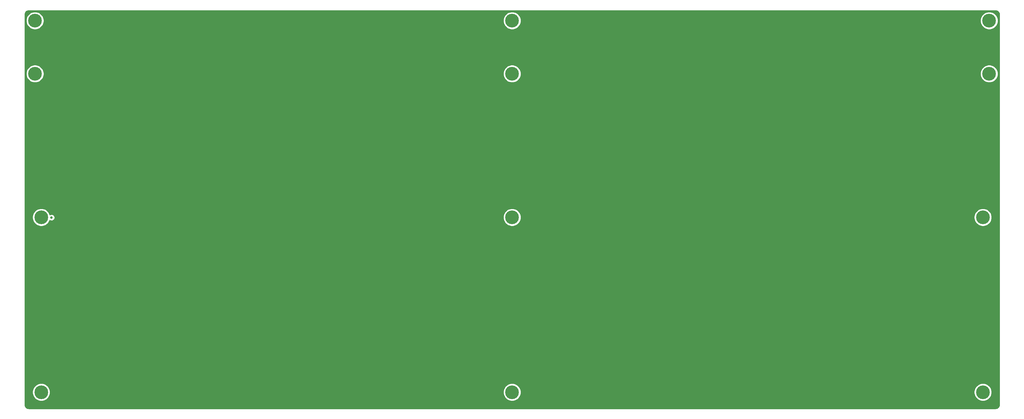
<source format=gtl>
%TF.GenerationSoftware,KiCad,Pcbnew,(5.1.10-6-gecec324121)-1*%
%TF.CreationDate,2021-07-06T17:39:12+03:00*%
%TF.ProjectId,bottomplate,626f7474-6f6d-4706-9c61-74652e6b6963,rev?*%
%TF.SameCoordinates,Original*%
%TF.FileFunction,Copper,L1,Top*%
%TF.FilePolarity,Positive*%
%FSLAX46Y46*%
G04 Gerber Fmt 4.6, Leading zero omitted, Abs format (unit mm)*
G04 Created by KiCad (PCBNEW (5.1.10-6-gecec324121)-1) date 2021-07-06 17:39:12*
%MOMM*%
%LPD*%
G01*
G04 APERTURE LIST*
%TA.AperFunction,ComponentPad*%
%ADD10C,4.400000*%
%TD*%
%TA.AperFunction,ViaPad*%
%ADD11C,0.800000*%
%TD*%
%TA.AperFunction,NonConductor*%
%ADD12C,0.254000*%
%TD*%
%TA.AperFunction,NonConductor*%
%ADD13C,0.100000*%
%TD*%
G04 APERTURE END LIST*
D10*
%TO.P,REF\u002A\u002A,1*%
%TO.N,N/C*%
X307000000Y-123000000D03*
%TD*%
%TO.P,REF\u002A\u002A,1*%
%TO.N,N/C*%
X156500000Y-123000000D03*
%TD*%
%TO.P,REF\u002A\u002A,1*%
%TO.N,N/C*%
X6000000Y-123000000D03*
%TD*%
%TO.P,REF\u002A\u002A,1*%
%TO.N,N/C*%
X307000000Y-67000000D03*
%TD*%
%TO.P,REF\u002A\u002A,1*%
%TO.N,N/C*%
X156500000Y-67000000D03*
%TD*%
%TO.P,REF\u002A\u002A,1*%
%TO.N,N/C*%
X6000000Y-67000000D03*
%TD*%
%TO.P,REF\u002A\u002A,1*%
%TO.N,N/C*%
X309000000Y-21000000D03*
%TD*%
%TO.P,REF\u002A\u002A,1*%
%TO.N,N/C*%
X156500000Y-21000000D03*
%TD*%
%TO.P,REF\u002A\u002A,1*%
%TO.N,N/C*%
X4000000Y-21000000D03*
%TD*%
%TO.P,REF\u002A\u002A,1*%
%TO.N,N/C*%
X309000000Y-4000000D03*
%TD*%
%TO.P,REF\u002A\u002A,1*%
%TO.N,N/C*%
X156500000Y-4000000D03*
%TD*%
%TO.P,REF\u002A\u002A,1*%
%TO.N,N/C*%
X4000000Y-4000000D03*
%TD*%
D11*
%TO.N,*%
X9280000Y-67070000D03*
%TD*%
D12*
X311245021Y-762549D02*
X311480712Y-833708D01*
X311698089Y-949291D01*
X311888879Y-1104895D01*
X312045811Y-1294593D01*
X312162906Y-1511157D01*
X312235709Y-1746344D01*
X312265001Y-2025037D01*
X312265000Y-126964053D01*
X312237451Y-127245021D01*
X312166291Y-127480712D01*
X312050711Y-127698088D01*
X311895104Y-127888879D01*
X311705408Y-128045811D01*
X311488843Y-128162906D01*
X311253656Y-128235709D01*
X310974972Y-128265000D01*
X2035947Y-128265000D01*
X1754979Y-128237451D01*
X1519288Y-128166291D01*
X1301912Y-128050711D01*
X1111121Y-127895104D01*
X954189Y-127705408D01*
X837094Y-127488843D01*
X764291Y-127253656D01*
X735000Y-126974972D01*
X735000Y-122720777D01*
X3165000Y-122720777D01*
X3165000Y-123279223D01*
X3273948Y-123826939D01*
X3487656Y-124342876D01*
X3797912Y-124807207D01*
X4192793Y-125202088D01*
X4657124Y-125512344D01*
X5173061Y-125726052D01*
X5720777Y-125835000D01*
X6279223Y-125835000D01*
X6826939Y-125726052D01*
X7342876Y-125512344D01*
X7807207Y-125202088D01*
X8202088Y-124807207D01*
X8512344Y-124342876D01*
X8726052Y-123826939D01*
X8835000Y-123279223D01*
X8835000Y-122720777D01*
X153665000Y-122720777D01*
X153665000Y-123279223D01*
X153773948Y-123826939D01*
X153987656Y-124342876D01*
X154297912Y-124807207D01*
X154692793Y-125202088D01*
X155157124Y-125512344D01*
X155673061Y-125726052D01*
X156220777Y-125835000D01*
X156779223Y-125835000D01*
X157326939Y-125726052D01*
X157842876Y-125512344D01*
X158307207Y-125202088D01*
X158702088Y-124807207D01*
X159012344Y-124342876D01*
X159226052Y-123826939D01*
X159335000Y-123279223D01*
X159335000Y-122720777D01*
X304165000Y-122720777D01*
X304165000Y-123279223D01*
X304273948Y-123826939D01*
X304487656Y-124342876D01*
X304797912Y-124807207D01*
X305192793Y-125202088D01*
X305657124Y-125512344D01*
X306173061Y-125726052D01*
X306720777Y-125835000D01*
X307279223Y-125835000D01*
X307826939Y-125726052D01*
X308342876Y-125512344D01*
X308807207Y-125202088D01*
X309202088Y-124807207D01*
X309512344Y-124342876D01*
X309726052Y-123826939D01*
X309835000Y-123279223D01*
X309835000Y-122720777D01*
X309726052Y-122173061D01*
X309512344Y-121657124D01*
X309202088Y-121192793D01*
X308807207Y-120797912D01*
X308342876Y-120487656D01*
X307826939Y-120273948D01*
X307279223Y-120165000D01*
X306720777Y-120165000D01*
X306173061Y-120273948D01*
X305657124Y-120487656D01*
X305192793Y-120797912D01*
X304797912Y-121192793D01*
X304487656Y-121657124D01*
X304273948Y-122173061D01*
X304165000Y-122720777D01*
X159335000Y-122720777D01*
X159226052Y-122173061D01*
X159012344Y-121657124D01*
X158702088Y-121192793D01*
X158307207Y-120797912D01*
X157842876Y-120487656D01*
X157326939Y-120273948D01*
X156779223Y-120165000D01*
X156220777Y-120165000D01*
X155673061Y-120273948D01*
X155157124Y-120487656D01*
X154692793Y-120797912D01*
X154297912Y-121192793D01*
X153987656Y-121657124D01*
X153773948Y-122173061D01*
X153665000Y-122720777D01*
X8835000Y-122720777D01*
X8726052Y-122173061D01*
X8512344Y-121657124D01*
X8202088Y-121192793D01*
X7807207Y-120797912D01*
X7342876Y-120487656D01*
X6826939Y-120273948D01*
X6279223Y-120165000D01*
X5720777Y-120165000D01*
X5173061Y-120273948D01*
X4657124Y-120487656D01*
X4192793Y-120797912D01*
X3797912Y-121192793D01*
X3487656Y-121657124D01*
X3273948Y-122173061D01*
X3165000Y-122720777D01*
X735000Y-122720777D01*
X735000Y-66720777D01*
X3165000Y-66720777D01*
X3165000Y-67279223D01*
X3273948Y-67826939D01*
X3487656Y-68342876D01*
X3797912Y-68807207D01*
X4192793Y-69202088D01*
X4657124Y-69512344D01*
X5173061Y-69726052D01*
X5720777Y-69835000D01*
X6279223Y-69835000D01*
X6826939Y-69726052D01*
X7342876Y-69512344D01*
X7807207Y-69202088D01*
X8202088Y-68807207D01*
X8512344Y-68342876D01*
X8687865Y-67919132D01*
X8789744Y-67987205D01*
X8978102Y-68065226D01*
X9178061Y-68105000D01*
X9381939Y-68105000D01*
X9581898Y-68065226D01*
X9770256Y-67987205D01*
X9939774Y-67873937D01*
X10083937Y-67729774D01*
X10197205Y-67560256D01*
X10275226Y-67371898D01*
X10315000Y-67171939D01*
X10315000Y-66968061D01*
X10275226Y-66768102D01*
X10255624Y-66720777D01*
X153665000Y-66720777D01*
X153665000Y-67279223D01*
X153773948Y-67826939D01*
X153987656Y-68342876D01*
X154297912Y-68807207D01*
X154692793Y-69202088D01*
X155157124Y-69512344D01*
X155673061Y-69726052D01*
X156220777Y-69835000D01*
X156779223Y-69835000D01*
X157326939Y-69726052D01*
X157842876Y-69512344D01*
X158307207Y-69202088D01*
X158702088Y-68807207D01*
X159012344Y-68342876D01*
X159226052Y-67826939D01*
X159335000Y-67279223D01*
X159335000Y-66720777D01*
X304165000Y-66720777D01*
X304165000Y-67279223D01*
X304273948Y-67826939D01*
X304487656Y-68342876D01*
X304797912Y-68807207D01*
X305192793Y-69202088D01*
X305657124Y-69512344D01*
X306173061Y-69726052D01*
X306720777Y-69835000D01*
X307279223Y-69835000D01*
X307826939Y-69726052D01*
X308342876Y-69512344D01*
X308807207Y-69202088D01*
X309202088Y-68807207D01*
X309512344Y-68342876D01*
X309726052Y-67826939D01*
X309835000Y-67279223D01*
X309835000Y-66720777D01*
X309726052Y-66173061D01*
X309512344Y-65657124D01*
X309202088Y-65192793D01*
X308807207Y-64797912D01*
X308342876Y-64487656D01*
X307826939Y-64273948D01*
X307279223Y-64165000D01*
X306720777Y-64165000D01*
X306173061Y-64273948D01*
X305657124Y-64487656D01*
X305192793Y-64797912D01*
X304797912Y-65192793D01*
X304487656Y-65657124D01*
X304273948Y-66173061D01*
X304165000Y-66720777D01*
X159335000Y-66720777D01*
X159226052Y-66173061D01*
X159012344Y-65657124D01*
X158702088Y-65192793D01*
X158307207Y-64797912D01*
X157842876Y-64487656D01*
X157326939Y-64273948D01*
X156779223Y-64165000D01*
X156220777Y-64165000D01*
X155673061Y-64273948D01*
X155157124Y-64487656D01*
X154692793Y-64797912D01*
X154297912Y-65192793D01*
X153987656Y-65657124D01*
X153773948Y-66173061D01*
X153665000Y-66720777D01*
X10255624Y-66720777D01*
X10197205Y-66579744D01*
X10083937Y-66410226D01*
X9939774Y-66266063D01*
X9770256Y-66152795D01*
X9581898Y-66074774D01*
X9381939Y-66035000D01*
X9178061Y-66035000D01*
X8978102Y-66074774D01*
X8789744Y-66152795D01*
X8729966Y-66192737D01*
X8726052Y-66173061D01*
X8512344Y-65657124D01*
X8202088Y-65192793D01*
X7807207Y-64797912D01*
X7342876Y-64487656D01*
X6826939Y-64273948D01*
X6279223Y-64165000D01*
X5720777Y-64165000D01*
X5173061Y-64273948D01*
X4657124Y-64487656D01*
X4192793Y-64797912D01*
X3797912Y-65192793D01*
X3487656Y-65657124D01*
X3273948Y-66173061D01*
X3165000Y-66720777D01*
X735000Y-66720777D01*
X735000Y-20720777D01*
X1165000Y-20720777D01*
X1165000Y-21279223D01*
X1273948Y-21826939D01*
X1487656Y-22342876D01*
X1797912Y-22807207D01*
X2192793Y-23202088D01*
X2657124Y-23512344D01*
X3173061Y-23726052D01*
X3720777Y-23835000D01*
X4279223Y-23835000D01*
X4826939Y-23726052D01*
X5342876Y-23512344D01*
X5807207Y-23202088D01*
X6202088Y-22807207D01*
X6512344Y-22342876D01*
X6726052Y-21826939D01*
X6835000Y-21279223D01*
X6835000Y-20720777D01*
X153665000Y-20720777D01*
X153665000Y-21279223D01*
X153773948Y-21826939D01*
X153987656Y-22342876D01*
X154297912Y-22807207D01*
X154692793Y-23202088D01*
X155157124Y-23512344D01*
X155673061Y-23726052D01*
X156220777Y-23835000D01*
X156779223Y-23835000D01*
X157326939Y-23726052D01*
X157842876Y-23512344D01*
X158307207Y-23202088D01*
X158702088Y-22807207D01*
X159012344Y-22342876D01*
X159226052Y-21826939D01*
X159335000Y-21279223D01*
X159335000Y-20720777D01*
X306165000Y-20720777D01*
X306165000Y-21279223D01*
X306273948Y-21826939D01*
X306487656Y-22342876D01*
X306797912Y-22807207D01*
X307192793Y-23202088D01*
X307657124Y-23512344D01*
X308173061Y-23726052D01*
X308720777Y-23835000D01*
X309279223Y-23835000D01*
X309826939Y-23726052D01*
X310342876Y-23512344D01*
X310807207Y-23202088D01*
X311202088Y-22807207D01*
X311512344Y-22342876D01*
X311726052Y-21826939D01*
X311835000Y-21279223D01*
X311835000Y-20720777D01*
X311726052Y-20173061D01*
X311512344Y-19657124D01*
X311202088Y-19192793D01*
X310807207Y-18797912D01*
X310342876Y-18487656D01*
X309826939Y-18273948D01*
X309279223Y-18165000D01*
X308720777Y-18165000D01*
X308173061Y-18273948D01*
X307657124Y-18487656D01*
X307192793Y-18797912D01*
X306797912Y-19192793D01*
X306487656Y-19657124D01*
X306273948Y-20173061D01*
X306165000Y-20720777D01*
X159335000Y-20720777D01*
X159226052Y-20173061D01*
X159012344Y-19657124D01*
X158702088Y-19192793D01*
X158307207Y-18797912D01*
X157842876Y-18487656D01*
X157326939Y-18273948D01*
X156779223Y-18165000D01*
X156220777Y-18165000D01*
X155673061Y-18273948D01*
X155157124Y-18487656D01*
X154692793Y-18797912D01*
X154297912Y-19192793D01*
X153987656Y-19657124D01*
X153773948Y-20173061D01*
X153665000Y-20720777D01*
X6835000Y-20720777D01*
X6726052Y-20173061D01*
X6512344Y-19657124D01*
X6202088Y-19192793D01*
X5807207Y-18797912D01*
X5342876Y-18487656D01*
X4826939Y-18273948D01*
X4279223Y-18165000D01*
X3720777Y-18165000D01*
X3173061Y-18273948D01*
X2657124Y-18487656D01*
X2192793Y-18797912D01*
X1797912Y-19192793D01*
X1487656Y-19657124D01*
X1273948Y-20173061D01*
X1165000Y-20720777D01*
X735000Y-20720777D01*
X735000Y-3720777D01*
X1165000Y-3720777D01*
X1165000Y-4279223D01*
X1273948Y-4826939D01*
X1487656Y-5342876D01*
X1797912Y-5807207D01*
X2192793Y-6202088D01*
X2657124Y-6512344D01*
X3173061Y-6726052D01*
X3720777Y-6835000D01*
X4279223Y-6835000D01*
X4826939Y-6726052D01*
X5342876Y-6512344D01*
X5807207Y-6202088D01*
X6202088Y-5807207D01*
X6512344Y-5342876D01*
X6726052Y-4826939D01*
X6835000Y-4279223D01*
X6835000Y-3720777D01*
X153665000Y-3720777D01*
X153665000Y-4279223D01*
X153773948Y-4826939D01*
X153987656Y-5342876D01*
X154297912Y-5807207D01*
X154692793Y-6202088D01*
X155157124Y-6512344D01*
X155673061Y-6726052D01*
X156220777Y-6835000D01*
X156779223Y-6835000D01*
X157326939Y-6726052D01*
X157842876Y-6512344D01*
X158307207Y-6202088D01*
X158702088Y-5807207D01*
X159012344Y-5342876D01*
X159226052Y-4826939D01*
X159335000Y-4279223D01*
X159335000Y-3720777D01*
X306165000Y-3720777D01*
X306165000Y-4279223D01*
X306273948Y-4826939D01*
X306487656Y-5342876D01*
X306797912Y-5807207D01*
X307192793Y-6202088D01*
X307657124Y-6512344D01*
X308173061Y-6726052D01*
X308720777Y-6835000D01*
X309279223Y-6835000D01*
X309826939Y-6726052D01*
X310342876Y-6512344D01*
X310807207Y-6202088D01*
X311202088Y-5807207D01*
X311512344Y-5342876D01*
X311726052Y-4826939D01*
X311835000Y-4279223D01*
X311835000Y-3720777D01*
X311726052Y-3173061D01*
X311512344Y-2657124D01*
X311202088Y-2192793D01*
X310807207Y-1797912D01*
X310342876Y-1487656D01*
X309826939Y-1273948D01*
X309279223Y-1165000D01*
X308720777Y-1165000D01*
X308173061Y-1273948D01*
X307657124Y-1487656D01*
X307192793Y-1797912D01*
X306797912Y-2192793D01*
X306487656Y-2657124D01*
X306273948Y-3173061D01*
X306165000Y-3720777D01*
X159335000Y-3720777D01*
X159226052Y-3173061D01*
X159012344Y-2657124D01*
X158702088Y-2192793D01*
X158307207Y-1797912D01*
X157842876Y-1487656D01*
X157326939Y-1273948D01*
X156779223Y-1165000D01*
X156220777Y-1165000D01*
X155673061Y-1273948D01*
X155157124Y-1487656D01*
X154692793Y-1797912D01*
X154297912Y-2192793D01*
X153987656Y-2657124D01*
X153773948Y-3173061D01*
X153665000Y-3720777D01*
X6835000Y-3720777D01*
X6726052Y-3173061D01*
X6512344Y-2657124D01*
X6202088Y-2192793D01*
X5807207Y-1797912D01*
X5342876Y-1487656D01*
X4826939Y-1273948D01*
X4279223Y-1165000D01*
X3720777Y-1165000D01*
X3173061Y-1273948D01*
X2657124Y-1487656D01*
X2192793Y-1797912D01*
X1797912Y-2192793D01*
X1487656Y-2657124D01*
X1273948Y-3173061D01*
X1165000Y-3720777D01*
X735000Y-3720777D01*
X735000Y-2035947D01*
X762549Y-1754979D01*
X833708Y-1519288D01*
X949291Y-1301911D01*
X1104895Y-1111121D01*
X1294593Y-954189D01*
X1511157Y-837094D01*
X1746344Y-764291D01*
X2025028Y-735000D01*
X310964053Y-735000D01*
X311245021Y-762549D01*
%TA.AperFunction,NonConductor*%
D13*
G36*
X311245021Y-762549D02*
G01*
X311480712Y-833708D01*
X311698089Y-949291D01*
X311888879Y-1104895D01*
X312045811Y-1294593D01*
X312162906Y-1511157D01*
X312235709Y-1746344D01*
X312265001Y-2025037D01*
X312265000Y-126964053D01*
X312237451Y-127245021D01*
X312166291Y-127480712D01*
X312050711Y-127698088D01*
X311895104Y-127888879D01*
X311705408Y-128045811D01*
X311488843Y-128162906D01*
X311253656Y-128235709D01*
X310974972Y-128265000D01*
X2035947Y-128265000D01*
X1754979Y-128237451D01*
X1519288Y-128166291D01*
X1301912Y-128050711D01*
X1111121Y-127895104D01*
X954189Y-127705408D01*
X837094Y-127488843D01*
X764291Y-127253656D01*
X735000Y-126974972D01*
X735000Y-122720777D01*
X3165000Y-122720777D01*
X3165000Y-123279223D01*
X3273948Y-123826939D01*
X3487656Y-124342876D01*
X3797912Y-124807207D01*
X4192793Y-125202088D01*
X4657124Y-125512344D01*
X5173061Y-125726052D01*
X5720777Y-125835000D01*
X6279223Y-125835000D01*
X6826939Y-125726052D01*
X7342876Y-125512344D01*
X7807207Y-125202088D01*
X8202088Y-124807207D01*
X8512344Y-124342876D01*
X8726052Y-123826939D01*
X8835000Y-123279223D01*
X8835000Y-122720777D01*
X153665000Y-122720777D01*
X153665000Y-123279223D01*
X153773948Y-123826939D01*
X153987656Y-124342876D01*
X154297912Y-124807207D01*
X154692793Y-125202088D01*
X155157124Y-125512344D01*
X155673061Y-125726052D01*
X156220777Y-125835000D01*
X156779223Y-125835000D01*
X157326939Y-125726052D01*
X157842876Y-125512344D01*
X158307207Y-125202088D01*
X158702088Y-124807207D01*
X159012344Y-124342876D01*
X159226052Y-123826939D01*
X159335000Y-123279223D01*
X159335000Y-122720777D01*
X304165000Y-122720777D01*
X304165000Y-123279223D01*
X304273948Y-123826939D01*
X304487656Y-124342876D01*
X304797912Y-124807207D01*
X305192793Y-125202088D01*
X305657124Y-125512344D01*
X306173061Y-125726052D01*
X306720777Y-125835000D01*
X307279223Y-125835000D01*
X307826939Y-125726052D01*
X308342876Y-125512344D01*
X308807207Y-125202088D01*
X309202088Y-124807207D01*
X309512344Y-124342876D01*
X309726052Y-123826939D01*
X309835000Y-123279223D01*
X309835000Y-122720777D01*
X309726052Y-122173061D01*
X309512344Y-121657124D01*
X309202088Y-121192793D01*
X308807207Y-120797912D01*
X308342876Y-120487656D01*
X307826939Y-120273948D01*
X307279223Y-120165000D01*
X306720777Y-120165000D01*
X306173061Y-120273948D01*
X305657124Y-120487656D01*
X305192793Y-120797912D01*
X304797912Y-121192793D01*
X304487656Y-121657124D01*
X304273948Y-122173061D01*
X304165000Y-122720777D01*
X159335000Y-122720777D01*
X159226052Y-122173061D01*
X159012344Y-121657124D01*
X158702088Y-121192793D01*
X158307207Y-120797912D01*
X157842876Y-120487656D01*
X157326939Y-120273948D01*
X156779223Y-120165000D01*
X156220777Y-120165000D01*
X155673061Y-120273948D01*
X155157124Y-120487656D01*
X154692793Y-120797912D01*
X154297912Y-121192793D01*
X153987656Y-121657124D01*
X153773948Y-122173061D01*
X153665000Y-122720777D01*
X8835000Y-122720777D01*
X8726052Y-122173061D01*
X8512344Y-121657124D01*
X8202088Y-121192793D01*
X7807207Y-120797912D01*
X7342876Y-120487656D01*
X6826939Y-120273948D01*
X6279223Y-120165000D01*
X5720777Y-120165000D01*
X5173061Y-120273948D01*
X4657124Y-120487656D01*
X4192793Y-120797912D01*
X3797912Y-121192793D01*
X3487656Y-121657124D01*
X3273948Y-122173061D01*
X3165000Y-122720777D01*
X735000Y-122720777D01*
X735000Y-66720777D01*
X3165000Y-66720777D01*
X3165000Y-67279223D01*
X3273948Y-67826939D01*
X3487656Y-68342876D01*
X3797912Y-68807207D01*
X4192793Y-69202088D01*
X4657124Y-69512344D01*
X5173061Y-69726052D01*
X5720777Y-69835000D01*
X6279223Y-69835000D01*
X6826939Y-69726052D01*
X7342876Y-69512344D01*
X7807207Y-69202088D01*
X8202088Y-68807207D01*
X8512344Y-68342876D01*
X8687865Y-67919132D01*
X8789744Y-67987205D01*
X8978102Y-68065226D01*
X9178061Y-68105000D01*
X9381939Y-68105000D01*
X9581898Y-68065226D01*
X9770256Y-67987205D01*
X9939774Y-67873937D01*
X10083937Y-67729774D01*
X10197205Y-67560256D01*
X10275226Y-67371898D01*
X10315000Y-67171939D01*
X10315000Y-66968061D01*
X10275226Y-66768102D01*
X10255624Y-66720777D01*
X153665000Y-66720777D01*
X153665000Y-67279223D01*
X153773948Y-67826939D01*
X153987656Y-68342876D01*
X154297912Y-68807207D01*
X154692793Y-69202088D01*
X155157124Y-69512344D01*
X155673061Y-69726052D01*
X156220777Y-69835000D01*
X156779223Y-69835000D01*
X157326939Y-69726052D01*
X157842876Y-69512344D01*
X158307207Y-69202088D01*
X158702088Y-68807207D01*
X159012344Y-68342876D01*
X159226052Y-67826939D01*
X159335000Y-67279223D01*
X159335000Y-66720777D01*
X304165000Y-66720777D01*
X304165000Y-67279223D01*
X304273948Y-67826939D01*
X304487656Y-68342876D01*
X304797912Y-68807207D01*
X305192793Y-69202088D01*
X305657124Y-69512344D01*
X306173061Y-69726052D01*
X306720777Y-69835000D01*
X307279223Y-69835000D01*
X307826939Y-69726052D01*
X308342876Y-69512344D01*
X308807207Y-69202088D01*
X309202088Y-68807207D01*
X309512344Y-68342876D01*
X309726052Y-67826939D01*
X309835000Y-67279223D01*
X309835000Y-66720777D01*
X309726052Y-66173061D01*
X309512344Y-65657124D01*
X309202088Y-65192793D01*
X308807207Y-64797912D01*
X308342876Y-64487656D01*
X307826939Y-64273948D01*
X307279223Y-64165000D01*
X306720777Y-64165000D01*
X306173061Y-64273948D01*
X305657124Y-64487656D01*
X305192793Y-64797912D01*
X304797912Y-65192793D01*
X304487656Y-65657124D01*
X304273948Y-66173061D01*
X304165000Y-66720777D01*
X159335000Y-66720777D01*
X159226052Y-66173061D01*
X159012344Y-65657124D01*
X158702088Y-65192793D01*
X158307207Y-64797912D01*
X157842876Y-64487656D01*
X157326939Y-64273948D01*
X156779223Y-64165000D01*
X156220777Y-64165000D01*
X155673061Y-64273948D01*
X155157124Y-64487656D01*
X154692793Y-64797912D01*
X154297912Y-65192793D01*
X153987656Y-65657124D01*
X153773948Y-66173061D01*
X153665000Y-66720777D01*
X10255624Y-66720777D01*
X10197205Y-66579744D01*
X10083937Y-66410226D01*
X9939774Y-66266063D01*
X9770256Y-66152795D01*
X9581898Y-66074774D01*
X9381939Y-66035000D01*
X9178061Y-66035000D01*
X8978102Y-66074774D01*
X8789744Y-66152795D01*
X8729966Y-66192737D01*
X8726052Y-66173061D01*
X8512344Y-65657124D01*
X8202088Y-65192793D01*
X7807207Y-64797912D01*
X7342876Y-64487656D01*
X6826939Y-64273948D01*
X6279223Y-64165000D01*
X5720777Y-64165000D01*
X5173061Y-64273948D01*
X4657124Y-64487656D01*
X4192793Y-64797912D01*
X3797912Y-65192793D01*
X3487656Y-65657124D01*
X3273948Y-66173061D01*
X3165000Y-66720777D01*
X735000Y-66720777D01*
X735000Y-20720777D01*
X1165000Y-20720777D01*
X1165000Y-21279223D01*
X1273948Y-21826939D01*
X1487656Y-22342876D01*
X1797912Y-22807207D01*
X2192793Y-23202088D01*
X2657124Y-23512344D01*
X3173061Y-23726052D01*
X3720777Y-23835000D01*
X4279223Y-23835000D01*
X4826939Y-23726052D01*
X5342876Y-23512344D01*
X5807207Y-23202088D01*
X6202088Y-22807207D01*
X6512344Y-22342876D01*
X6726052Y-21826939D01*
X6835000Y-21279223D01*
X6835000Y-20720777D01*
X153665000Y-20720777D01*
X153665000Y-21279223D01*
X153773948Y-21826939D01*
X153987656Y-22342876D01*
X154297912Y-22807207D01*
X154692793Y-23202088D01*
X155157124Y-23512344D01*
X155673061Y-23726052D01*
X156220777Y-23835000D01*
X156779223Y-23835000D01*
X157326939Y-23726052D01*
X157842876Y-23512344D01*
X158307207Y-23202088D01*
X158702088Y-22807207D01*
X159012344Y-22342876D01*
X159226052Y-21826939D01*
X159335000Y-21279223D01*
X159335000Y-20720777D01*
X306165000Y-20720777D01*
X306165000Y-21279223D01*
X306273948Y-21826939D01*
X306487656Y-22342876D01*
X306797912Y-22807207D01*
X307192793Y-23202088D01*
X307657124Y-23512344D01*
X308173061Y-23726052D01*
X308720777Y-23835000D01*
X309279223Y-23835000D01*
X309826939Y-23726052D01*
X310342876Y-23512344D01*
X310807207Y-23202088D01*
X311202088Y-22807207D01*
X311512344Y-22342876D01*
X311726052Y-21826939D01*
X311835000Y-21279223D01*
X311835000Y-20720777D01*
X311726052Y-20173061D01*
X311512344Y-19657124D01*
X311202088Y-19192793D01*
X310807207Y-18797912D01*
X310342876Y-18487656D01*
X309826939Y-18273948D01*
X309279223Y-18165000D01*
X308720777Y-18165000D01*
X308173061Y-18273948D01*
X307657124Y-18487656D01*
X307192793Y-18797912D01*
X306797912Y-19192793D01*
X306487656Y-19657124D01*
X306273948Y-20173061D01*
X306165000Y-20720777D01*
X159335000Y-20720777D01*
X159226052Y-20173061D01*
X159012344Y-19657124D01*
X158702088Y-19192793D01*
X158307207Y-18797912D01*
X157842876Y-18487656D01*
X157326939Y-18273948D01*
X156779223Y-18165000D01*
X156220777Y-18165000D01*
X155673061Y-18273948D01*
X155157124Y-18487656D01*
X154692793Y-18797912D01*
X154297912Y-19192793D01*
X153987656Y-19657124D01*
X153773948Y-20173061D01*
X153665000Y-20720777D01*
X6835000Y-20720777D01*
X6726052Y-20173061D01*
X6512344Y-19657124D01*
X6202088Y-19192793D01*
X5807207Y-18797912D01*
X5342876Y-18487656D01*
X4826939Y-18273948D01*
X4279223Y-18165000D01*
X3720777Y-18165000D01*
X3173061Y-18273948D01*
X2657124Y-18487656D01*
X2192793Y-18797912D01*
X1797912Y-19192793D01*
X1487656Y-19657124D01*
X1273948Y-20173061D01*
X1165000Y-20720777D01*
X735000Y-20720777D01*
X735000Y-3720777D01*
X1165000Y-3720777D01*
X1165000Y-4279223D01*
X1273948Y-4826939D01*
X1487656Y-5342876D01*
X1797912Y-5807207D01*
X2192793Y-6202088D01*
X2657124Y-6512344D01*
X3173061Y-6726052D01*
X3720777Y-6835000D01*
X4279223Y-6835000D01*
X4826939Y-6726052D01*
X5342876Y-6512344D01*
X5807207Y-6202088D01*
X6202088Y-5807207D01*
X6512344Y-5342876D01*
X6726052Y-4826939D01*
X6835000Y-4279223D01*
X6835000Y-3720777D01*
X153665000Y-3720777D01*
X153665000Y-4279223D01*
X153773948Y-4826939D01*
X153987656Y-5342876D01*
X154297912Y-5807207D01*
X154692793Y-6202088D01*
X155157124Y-6512344D01*
X155673061Y-6726052D01*
X156220777Y-6835000D01*
X156779223Y-6835000D01*
X157326939Y-6726052D01*
X157842876Y-6512344D01*
X158307207Y-6202088D01*
X158702088Y-5807207D01*
X159012344Y-5342876D01*
X159226052Y-4826939D01*
X159335000Y-4279223D01*
X159335000Y-3720777D01*
X306165000Y-3720777D01*
X306165000Y-4279223D01*
X306273948Y-4826939D01*
X306487656Y-5342876D01*
X306797912Y-5807207D01*
X307192793Y-6202088D01*
X307657124Y-6512344D01*
X308173061Y-6726052D01*
X308720777Y-6835000D01*
X309279223Y-6835000D01*
X309826939Y-6726052D01*
X310342876Y-6512344D01*
X310807207Y-6202088D01*
X311202088Y-5807207D01*
X311512344Y-5342876D01*
X311726052Y-4826939D01*
X311835000Y-4279223D01*
X311835000Y-3720777D01*
X311726052Y-3173061D01*
X311512344Y-2657124D01*
X311202088Y-2192793D01*
X310807207Y-1797912D01*
X310342876Y-1487656D01*
X309826939Y-1273948D01*
X309279223Y-1165000D01*
X308720777Y-1165000D01*
X308173061Y-1273948D01*
X307657124Y-1487656D01*
X307192793Y-1797912D01*
X306797912Y-2192793D01*
X306487656Y-2657124D01*
X306273948Y-3173061D01*
X306165000Y-3720777D01*
X159335000Y-3720777D01*
X159226052Y-3173061D01*
X159012344Y-2657124D01*
X158702088Y-2192793D01*
X158307207Y-1797912D01*
X157842876Y-1487656D01*
X157326939Y-1273948D01*
X156779223Y-1165000D01*
X156220777Y-1165000D01*
X155673061Y-1273948D01*
X155157124Y-1487656D01*
X154692793Y-1797912D01*
X154297912Y-2192793D01*
X153987656Y-2657124D01*
X153773948Y-3173061D01*
X153665000Y-3720777D01*
X6835000Y-3720777D01*
X6726052Y-3173061D01*
X6512344Y-2657124D01*
X6202088Y-2192793D01*
X5807207Y-1797912D01*
X5342876Y-1487656D01*
X4826939Y-1273948D01*
X4279223Y-1165000D01*
X3720777Y-1165000D01*
X3173061Y-1273948D01*
X2657124Y-1487656D01*
X2192793Y-1797912D01*
X1797912Y-2192793D01*
X1487656Y-2657124D01*
X1273948Y-3173061D01*
X1165000Y-3720777D01*
X735000Y-3720777D01*
X735000Y-2035947D01*
X762549Y-1754979D01*
X833708Y-1519288D01*
X949291Y-1301911D01*
X1104895Y-1111121D01*
X1294593Y-954189D01*
X1511157Y-837094D01*
X1746344Y-764291D01*
X2025028Y-735000D01*
X310964053Y-735000D01*
X311245021Y-762549D01*
G37*
%TD.AperFunction*%
M02*

</source>
